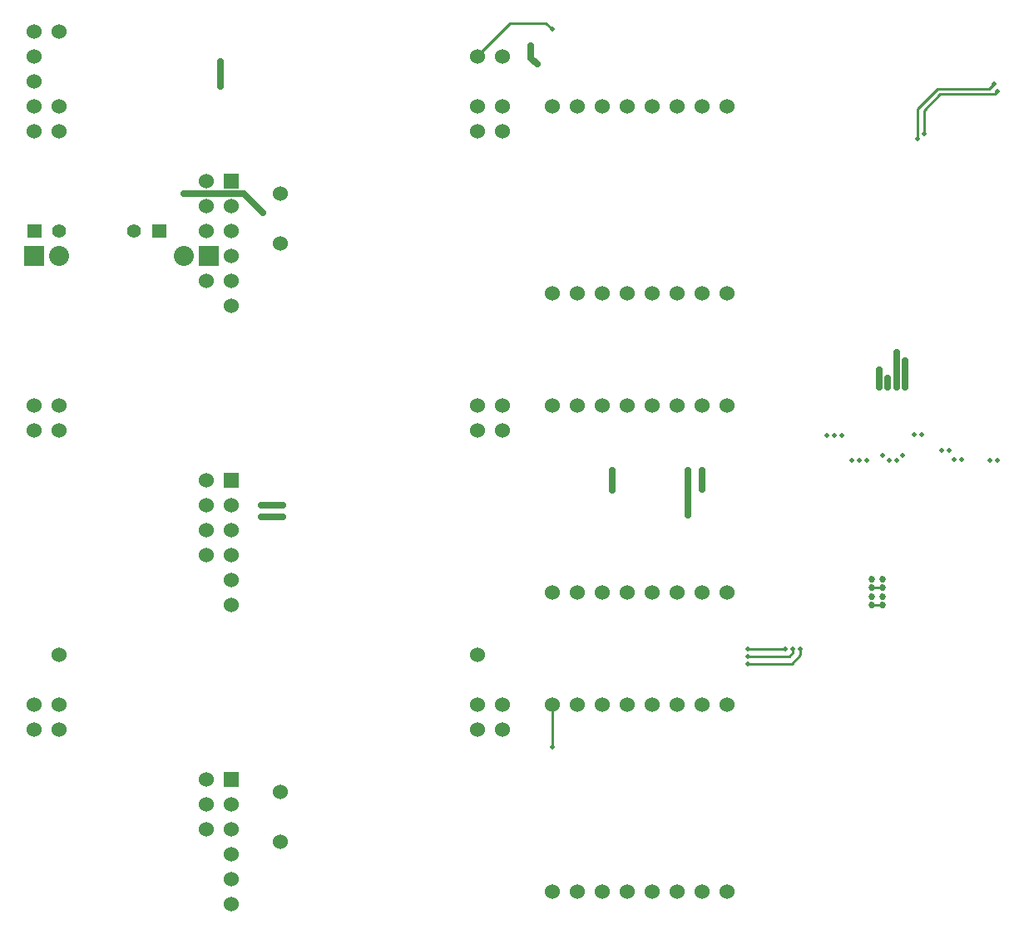
<source format=gbr>
G04 start of page 4 for group 2 idx 13 *
G04 Title: (unknown), jump *
G04 Creator: pcb 4.2.0 *
G04 CreationDate: Thu Sep 17 08:17:11 2020 UTC *
G04 For: commonadmin *
G04 Format: Gerber/RS-274X *
G04 PCB-Dimensions (mil): 6000.00 7000.00 *
G04 PCB-Coordinate-Origin: lower left *
%MOIN*%
%FSLAX25Y25*%
%LNBOTTOM*%
%ADD36C,0.0300*%
%ADD35C,0.0500*%
%ADD34C,0.0130*%
%ADD33C,0.0380*%
%ADD32C,0.0270*%
%ADD31C,0.0800*%
%ADD30C,0.0550*%
%ADD29C,0.0001*%
%ADD28C,0.0200*%
%ADD27C,0.0600*%
%ADD26C,0.0250*%
%ADD25C,0.0100*%
G54D25*X297500Y93000D02*Y110000D01*
X376000Y132500D02*X391000D01*
G54D26*X352000Y186000D02*Y204000D01*
X357500Y196500D02*Y204000D01*
X321500D02*Y196000D01*
G54D25*X376000Y129500D02*X392500D01*
X376000Y126500D02*X393500D01*
X397000Y130000D01*
X392500Y129500D02*X394000Y131000D01*
Y132500D01*
X397000Y130000D02*Y132500D01*
X430000Y157000D02*X425500D01*
X430000Y150000D02*X425500D01*
G54D26*X164500Y368000D02*Y358000D01*
X150000Y315000D02*X174000D01*
X181500Y307500D01*
X189500Y185500D02*X181000D01*
Y190000D02*X189500D01*
X289000Y374500D02*Y369500D01*
X291500Y367000D01*
G54D25*X267500Y370000D02*Y370500D01*
X280500Y383500D01*
X295000D01*
X297500Y381000D01*
G54D26*X439000Y248000D02*Y237500D01*
X435500Y251500D02*Y237500D01*
X432000Y241000D02*Y237500D01*
X428500Y244500D02*Y237500D01*
G54D25*X474500Y359000D02*X472500Y357000D01*
X452000D01*
X444000Y349000D01*
X476000Y356000D02*X475000Y355000D01*
X453000D01*
X446500Y348500D01*
X444000Y337000D02*Y349000D01*
X446500Y339000D02*Y348500D01*
G54D27*X367500Y155000D03*
X307500Y230000D03*
X317500D03*
X327500D03*
X337500D03*
X347500D03*
X357500D03*
X367500D03*
G54D28*X458499Y208500D03*
X438000Y210000D03*
X461500Y208500D03*
X473000Y208000D03*
X476000D03*
X453500Y212000D03*
X456500D03*
X442500Y218500D03*
X445500D03*
X430000Y210000D03*
X432500Y208000D03*
X435500D03*
X417500D03*
X420500D03*
X423500D03*
X407500Y218000D03*
X410500D03*
X413500D03*
G54D27*X327500Y155000D03*
X337500D03*
X347500D03*
X357500D03*
X297500D03*
X307500D03*
X317500D03*
X267500Y110000D03*
X277500D03*
X267500Y100000D03*
X277500D03*
X337500Y110000D03*
X327500D03*
X317500D03*
X307500D03*
X297500D03*
X367500D03*
X357500D03*
X347500D03*
X367500Y35000D03*
X357500D03*
X347500D03*
X337500D03*
X327500D03*
X317500D03*
X307500D03*
X297500D03*
X100000Y230000D03*
Y220000D03*
X90000D03*
Y230000D03*
Y110000D03*
Y100000D03*
X100000D03*
Y110000D03*
G54D29*G36*
X166000Y83000D02*Y77000D01*
X172000D01*
Y83000D01*
X166000D01*
G37*
G54D27*X169000Y70000D03*
Y60000D03*
Y50000D03*
Y40000D03*
Y30000D03*
X188500Y75000D03*
Y55000D03*
G54D29*G36*
X166000Y203000D02*Y197000D01*
X172000D01*
Y203000D01*
X166000D01*
G37*
G54D27*X169000Y190000D03*
Y180000D03*
Y170000D03*
Y160000D03*
Y150000D03*
G54D29*G36*
X166000Y323000D02*Y317000D01*
X172000D01*
Y323000D01*
X166000D01*
G37*
G54D27*X188500Y315000D03*
X169000Y310000D03*
Y300000D03*
X188500Y295000D03*
X169000Y290000D03*
G54D29*G36*
X156000Y294000D02*Y286000D01*
X164000D01*
Y294000D01*
X156000D01*
G37*
G54D27*X169000Y280000D03*
Y270000D03*
X90000Y350000D03*
Y340000D03*
X100000D03*
Y350000D03*
G54D29*G36*
X87250Y302750D02*Y297250D01*
X92750D01*
Y302750D01*
X87250D01*
G37*
G54D30*X130000Y300000D03*
G54D31*X100000Y290000D03*
G54D30*Y300000D03*
G54D29*G36*
X86000Y294000D02*Y286000D01*
X94000D01*
Y294000D01*
X86000D01*
G37*
G54D31*X150000Y290000D03*
G54D29*G36*
X137250Y302750D02*Y297250D01*
X142750D01*
Y302750D01*
X137250D01*
G37*
G54D27*X297500Y230000D03*
X277500D03*
Y220000D03*
X267500D03*
Y230000D03*
Y350000D03*
Y340000D03*
X277500D03*
Y350000D03*
X297500D03*
Y275000D03*
X367500D03*
Y350000D03*
X357500Y275000D03*
X347500D03*
X337500D03*
X327500D03*
X317500D03*
X307500D03*
X357500Y350000D03*
X347500D03*
X337500D03*
X327500D03*
X317500D03*
X307500D03*
X159000Y280000D03*
Y200000D03*
Y190000D03*
Y180000D03*
Y170000D03*
Y80000D03*
Y70000D03*
Y60000D03*
X100000Y130000D03*
X159000Y300000D03*
G54D28*X189500Y185500D03*
X181000D03*
X189500Y190000D03*
X181000D03*
G54D27*X159000Y320000D03*
Y310000D03*
G54D28*X164500Y368000D03*
Y358000D03*
G54D27*X277500Y370000D03*
G54D28*X291500Y367000D03*
X289000Y374500D03*
G54D27*X267500Y370000D03*
X100000Y380000D03*
X90000Y370000D03*
Y380000D03*
Y360000D03*
G54D28*X150000Y315000D03*
X181500Y307500D03*
X297500Y381000D03*
X321500Y196000D03*
X297500Y93000D03*
X321500Y204000D03*
X352000D03*
Y186000D03*
X357500Y204000D03*
Y196500D03*
G54D27*X267500Y130000D03*
G54D28*X376000Y132500D03*
X391000D03*
X394000D03*
X397000D03*
X376000Y126500D03*
Y129500D03*
G54D32*X425500Y153500D03*
Y150000D03*
X430000Y157000D03*
Y160500D03*
Y150000D03*
Y153500D03*
X425500Y157000D03*
Y160500D03*
G54D28*X439000Y237500D03*
X435500D03*
X444000Y337000D03*
X474500Y359000D03*
X446500Y339000D03*
X476000Y356000D03*
X432000Y237500D03*
X428500D03*
X439000Y248000D03*
X435500Y251500D03*
X432000Y241000D03*
X428500Y244500D03*
G54D33*G54D25*G54D33*G54D25*G54D33*G54D25*G54D33*G54D25*G54D33*G54D25*G54D34*G54D25*G54D33*G54D25*G54D33*G54D35*G54D33*G54D36*G54D35*G54D36*G54D35*G54D36*G54D33*M02*

</source>
